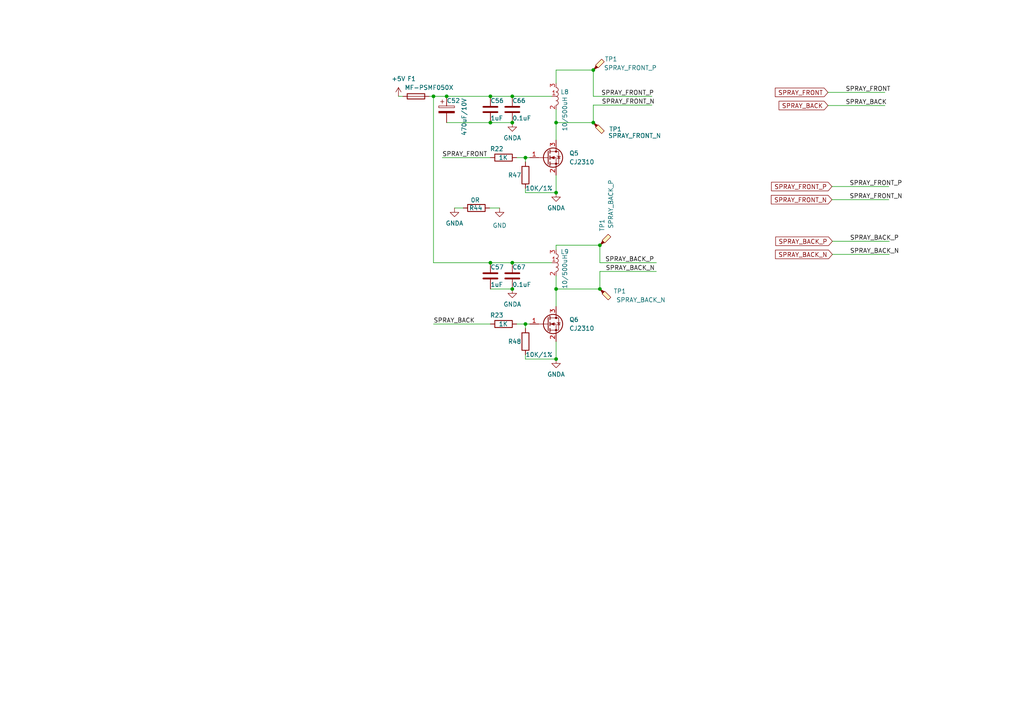
<source format=kicad_sch>
(kicad_sch (version 20230121) (generator eeschema)
  (paper "A4")
  (lib_symbols
    (symbol "Connector:TestPoint_Probe" (pin_numbers hide) (pin_names (offset 0.762) hide)
      (property "Reference" "TP" (at 1.651 5.842 0))
      (property "Value" "TestPoint_Probe" (at 1.651 4.064 0))
      (symbol "TestPoint_Probe_0_1"
        (polyline (pts (xy 1.27 0.762) (xy 0 0) (xy 0.762 1.27) (xy 1.27 0.762)) (fill (type outline)))
        (polyline (pts (xy 1.397 0.635) (xy 0.635 1.397) (xy 2.413 3.175) (xy 3.175 2.413) (xy 1.397 0.635)) (fill (type background)))
      )
      (symbol "TestPoint_Probe_1_1"
        (pin passive line (at 0 0 90) (length 0) (name "1") (number "1"))
      )
    )
    (symbol "Device:C" (pin_numbers hide) (pin_names (offset 0.254))
      (property "Reference" "C" (at 0.635 2.54 0))
      (property "Value" "C" (at 0.635 -2.54 0))
      (symbol "C_0_1"
        (polyline (pts (xy -2.032 -0.762) (xy 2.032 -0.762)) (stroke (width 0.508)))
        (polyline (pts (xy -2.032 0.762) (xy 2.032 0.762)) (stroke (width 0.508)))
      )
      (symbol "C_1_1"
        (pin passive line (at 0 3.81 270) (length 2.794) (name "~") (number "1"))
        (pin passive line (at 0 -3.81 90) (length 2.794) (name "~") (number "2"))
      )
    )
    (symbol "Device:C_Polarized" (pin_numbers hide) (pin_names (offset 0.254))
      (property "Reference" "C" (at 0.635 2.54 0))
      (property "Value" "C_Polarized" (at 0.635 -2.54 0))
      (symbol "C_Polarized_0_1"
        (rectangle (start -2.286 0.508) (end 2.286 1.016))
        (polyline (pts (xy -1.778 2.286) (xy -0.762 2.286)))
        (polyline (pts (xy -1.27 2.794) (xy -1.27 1.778)))
        (rectangle (start 2.286 -0.508) (end -2.286 -1.016) (fill (type outline)))
      )
      (symbol "C_Polarized_1_1"
        (pin passive line (at 0 3.81 270) (length 2.794) (name "~") (number "1"))
        (pin passive line (at 0 -3.81 90) (length 2.794) (name "~") (number "2"))
      )
    )
    (symbol "Device:Fuse" (pin_numbers hide) (pin_names (offset 0))
      (property "Reference" "F" (at 2.032 0 90))
      (property "Value" "Fuse" (at -1.905 0 90))
      (symbol "Fuse_0_1"
        (rectangle (start -0.762 -2.54) (end 0.762 2.54) (stroke (width 0.254)))
        (polyline (pts (xy 0 2.54) (xy 0 -2.54)))
      )
      (symbol "Fuse_1_1"
        (pin passive line (at 0 3.81 270) (length 1.27) (name "~") (number "1"))
        (pin passive line (at 0 -3.81 90) (length 1.27) (name "~") (number "2"))
      )
    )
    (symbol "Device:Q_NMOS_GSD" (pin_names (offset 0) hide)
      (property "Reference" "Q" (at 5.08 1.27 0))
      (property "Value" "Q_NMOS_GSD" (at 5.08 -1.27 0))
      (symbol "Q_NMOS_GSD_0_1"
        (polyline (pts (xy 0.254 0) (xy -2.54 0)))
        (polyline (pts (xy 0.254 1.905) (xy 0.254 -1.905)) (stroke (width 0.254)))
        (polyline (pts (xy 0.762 -1.27) (xy 0.762 -2.286)) (stroke (width 0.254)))
        (polyline (pts (xy 0.762 0.508) (xy 0.762 -0.508)) (stroke (width 0.254)))
        (polyline (pts (xy 0.762 2.286) (xy 0.762 1.27)) (stroke (width 0.254)))
        (polyline (pts (xy 2.54 2.54) (xy 2.54 1.778)))
        (polyline (pts (xy 2.54 -2.54) (xy 2.54 0) (xy 0.762 0)))
        (polyline (pts (xy 0.762 -1.778) (xy 3.302 -1.778) (xy 3.302 1.778) (xy 0.762 1.778)))
        (polyline (pts (xy 1.016 0) (xy 2.032 0.381) (xy 2.032 -0.381) (xy 1.016 0)) (fill (type outline)))
        (polyline (pts (xy 2.794 0.508) (xy 2.921 0.381) (xy 3.683 0.381) (xy 3.81 0.254)))
        (polyline (pts (xy 3.302 0.381) (xy 2.921 -0.254) (xy 3.683 -0.254) (xy 3.302 0.381)))
        (circle (center 1.651 0) (radius 2.794) (stroke (width 0.254)))
        (circle (center 2.54 -1.778) (radius 0.254) (fill (type outline)))
        (circle (center 2.54 1.778) (radius 0.254) (fill (type outline)))
      )
      (symbol "Q_NMOS_GSD_1_1"
        (pin input line (at -5.08 0 0) (length 2.54) (name "G") (number "1"))
        (pin passive line (at 2.54 -5.08 90) (length 2.54) (name "S") (number "2"))
        (pin passive line (at 2.54 5.08 270) (length 2.54) (name "D") (number "3"))
      )
    )
    (symbol "Device:R" (pin_numbers hide) (pin_names (offset 0))
      (property "Reference" "R" (at 2.032 0 90))
      (property "Value" "R" (at 0 0 90))
      (symbol "R_0_1"
        (rectangle (start -1.016 -2.54) (end 1.016 2.54) (stroke (width 0.254)))
      )
      (symbol "R_1_1"
        (pin passive line (at 0 3.81 270) (length 1.27) (name "~") (number "1"))
        (pin passive line (at 0 -3.81 90) (length 1.27) (name "~") (number "2"))
      )
    )
    (symbol "Ovo_Device:L_Coupled_1213" (pin_names hide)
      (property "Reference" "L" (at 2.54 2.54 0))
      (property "Value" "L_Coupled_1213" (at 10.16 0 0))
      (symbol "L_Coupled_1213_0_1"
        (arc (start 0 -2.54) (mid 0.6323 -1.905) (end 0 -1.27))
        (arc (start 0 -1.27) (mid 0.6323 -0.635) (end 0 0))
        (arc (start 0 0) (mid 0.6323 0.635) (end 0 1.27))
        (arc (start 0 1.27) (mid 0.6323 1.905) (end 0 2.54))
      )
      (symbol "L_Coupled_1213_1_1"
        (pin passive line (at -1.27 0 0) (length 1.27) (name "1") (number "1"))
        (pin passive line (at 0 -3.81 90) (length 1.27) (name "2") (number "2"))
        (pin passive line (at 0 3.81 270) (length 1.27) (name "3") (number "3"))
      )
    )
    (symbol "power:+5V" (power) (pin_names (offset 0))
      (property "Value" "+5V" (at 0 3.556 0))
      (symbol "+5V_0_1"
        (polyline (pts (xy -0.762 1.27) (xy 0 2.54)))
        (polyline (pts (xy 0 0) (xy 0 2.54)))
        (polyline (pts (xy 0 2.54) (xy 0.762 1.27)))
      )
      (symbol "+5V_1_1"
        (pin power_in line (at 0 0 90) (length 0) hide (name "+5V") (number "1"))
      )
    )
    (symbol "power:GND" (power) (pin_names (offset 0))
      (property "Value" "GND" (at 0 -3.81 0))
      (symbol "GND_0_1"
        (polyline (pts (xy 0 0) (xy 0 -1.27) (xy 1.27 -1.27) (xy 0 -2.54) (xy -1.27 -1.27) (xy 0 -1.27)))
      )
      (symbol "GND_1_1"
        (pin power_in line (at 0 0 270) (length 0) hide (name "GND") (number "1"))
      )
    )
    (symbol "power:GNDA" (power) (pin_names (offset 0))
      (property "Value" "GNDA" (at 0 -3.81 0))
      (symbol "GNDA_0_1"
        (polyline (pts (xy 0 0) (xy 0 -1.27) (xy 1.27 -1.27) (xy 0 -2.54) (xy -1.27 -1.27) (xy 0 -1.27)))
      )
      (symbol "GNDA_1_1"
        (pin power_in line (at 0 0 270) (length 0) hide (name "GNDA") (number "1"))
      )
    )
  )
  (junction (at 161.29 83.82))
  (junction (at 148.59 27.94))
  (junction (at 142.24 35.56))
  (junction (at 161.29 35.56))
  (junction (at 172.085 35.56))
  (junction (at 148.59 35.56))
  (junction (at 152.4 45.72))
  (junction (at 125.73 27.94))
  (junction (at 152.4 93.98))
  (junction (at 161.29 55.88))
  (junction (at 142.24 27.94))
  (junction (at 148.59 76.2))
  (junction (at 173.99 71.12))
  (junction (at 172.085 20.32))
  (junction (at 148.59 83.82))
  (junction (at 142.24 76.2))
  (junction (at 129.54 27.94))
  (junction (at 161.29 104.14))
  (junction (at 173.99 83.82))
  (wire (pts (xy 129.54 27.94) (xy 142.24 27.94)))
  (wire (pts (xy 161.29 35.56) (xy 161.29 40.64)))
  (wire (pts (xy 124.46 27.94) (xy 125.73 27.94)))
  (wire (pts (xy 149.86 93.98) (xy 152.4 93.98)))
  (wire (pts (xy 152.4 45.72) (xy 152.4 46.99)))
  (wire (pts (xy 172.085 30.48) (xy 189.103 30.48)))
  (wire (pts (xy 152.4 93.98) (xy 153.67 93.98)))
  (wire (pts (xy 142.24 83.82) (xy 148.59 83.82)))
  (wire (pts (xy 161.29 35.56) (xy 172.085 35.56)))
  (wire (pts (xy 115.57 27.94) (xy 116.84 27.94)))
  (wire (pts (xy 129.54 35.56) (xy 142.24 35.56)))
  (wire (pts (xy 149.86 45.72) (xy 152.4 45.72)))
  (wire (pts (xy 161.29 31.75) (xy 161.29 35.56)))
  (wire (pts (xy 240.157 26.797) (xy 256.667 26.797)))
  (wire (pts (xy 142.24 27.94) (xy 148.59 27.94)))
  (wire (pts (xy 241.427 69.977) (xy 257.937 69.977)))
  (wire (pts (xy 152.4 104.14) (xy 152.4 102.87)))
  (wire (pts (xy 152.4 55.88) (xy 152.4 54.61)))
  (wire (pts (xy 172.085 30.48) (xy 172.085 35.56)))
  (wire (pts (xy 128.27 45.72) (xy 142.24 45.72)))
  (wire (pts (xy 161.29 20.32) (xy 172.085 20.32)))
  (wire (pts (xy 142.24 76.2) (xy 148.59 76.2)))
  (wire (pts (xy 142.24 35.56) (xy 148.59 35.56)))
  (wire (pts (xy 173.99 76.2) (xy 173.99 71.12)))
  (wire (pts (xy 173.99 78.74) (xy 173.99 83.82)))
  (wire (pts (xy 241.3 54.102) (xy 257.81 54.102)))
  (wire (pts (xy 125.73 76.2) (xy 142.24 76.2)))
  (wire (pts (xy 125.73 27.94) (xy 129.54 27.94)))
  (wire (pts (xy 161.29 104.14) (xy 152.4 104.14)))
  (wire (pts (xy 161.29 55.88) (xy 152.4 55.88)))
  (wire (pts (xy 161.29 83.82) (xy 173.99 83.82)))
  (wire (pts (xy 125.73 27.94) (xy 125.73 76.2)))
  (wire (pts (xy 241.427 73.787) (xy 257.937 73.787)))
  (wire (pts (xy 161.29 104.14) (xy 161.29 99.06)))
  (wire (pts (xy 172.085 27.94) (xy 189.103 27.94)))
  (wire (pts (xy 240.157 30.607) (xy 256.667 30.607)))
  (wire (pts (xy 161.29 20.32) (xy 161.29 24.13)))
  (wire (pts (xy 172.085 20.32) (xy 172.085 27.94)))
  (wire (pts (xy 190.373 76.2) (xy 173.99 76.2)))
  (wire (pts (xy 241.3 57.912) (xy 257.81 57.912)))
  (wire (pts (xy 161.29 71.12) (xy 173.99 71.12)))
  (wire (pts (xy 148.59 27.94) (xy 160.02 27.94)))
  (wire (pts (xy 161.29 83.82) (xy 161.29 88.9)))
  (wire (pts (xy 144.907 60.325) (xy 141.986 60.325)))
  (wire (pts (xy 148.59 76.2) (xy 160.02 76.2)))
  (wire (pts (xy 125.73 93.98) (xy 142.24 93.98)))
  (wire (pts (xy 161.29 71.12) (xy 161.29 72.39)))
  (wire (pts (xy 152.4 93.98) (xy 152.4 95.25)))
  (wire (pts (xy 190.373 78.74) (xy 173.99 78.74)))
  (wire (pts (xy 161.29 80.01) (xy 161.29 83.82)))
  (wire (pts (xy 131.826 60.325) (xy 134.366 60.325)))
  (wire (pts (xy 152.4 45.72) (xy 153.67 45.72)))
  (wire (pts (xy 161.29 55.88) (xy 161.29 50.8)))
  (label "SPRAY_FRONT" (at 245.237 26.797 0))
  (label "SPRAY_BACK_N" (at 175.641 78.74 0))
  (label "SPRAY_FRONT_P" (at 246.38 54.102 0))
  (label "SPRAY_BACK" (at 245.237 30.607 0))
  (label "SPRAY_BACK_N" (at 246.507 73.787 0))
  (label "SPRAY_FRONT_N" (at 246.38 57.912 0))
  (label "SPRAY_BACK" (at 125.73 93.98 0))
  (label "SPRAY_BACK_P" (at 246.507 69.977 0))
  (label "SPRAY_FRONT" (at 128.27 45.72 0))
  (label "SPRAY_FRONT_N" (at 174.498 30.48 0))
  (label "SPRAY_BACK_P" (at 175.514 76.2 0))
  (label "SPRAY_FRONT_P" (at 174.371 27.94 0))
  (global_label "SPRAY_BACK" (shape input) (at 240.157 30.607 180) (property "Intersheetrefs" "${INTERSHEET_REFS}" (effects hide)))
  (global_label "SPRAY_FRONT_N" (shape input) (at 241.3 57.912 180) (property "Intersheetrefs" "${INTERSHEET_REFS}" (effects hide)))
  (global_label "SPRAY_BACK_N" (shape input) (at 241.427 73.787 180) (property "Intersheetrefs" "${INTERSHEET_REFS}" (effects hide)))
  (global_label "SPRAY_BACK_P" (shape input) (at 241.427 69.977 180) (property "Intersheetrefs" "${INTERSHEET_REFS}" (effects hide)))
  (global_label "SPRAY_FRONT_P" (shape input) (at 241.3 54.102 180) (property "Intersheetrefs" "${INTERSHEET_REFS}" (effects hide)))
  (global_label "SPRAY_FRONT" (shape input) (at 240.157 26.797 180) (property "Intersheetrefs" "${INTERSHEET_REFS}" (effects hide)))
  (symbol (lib_id "Device:Fuse") (at 120.65 27.94 90) (unit 1)
    (property "Reference" "F1" (at 119.38 22.86 90))
    (property "Value" "MF-PSMF050X" (at 124.46 25.4 90))
    (property "Footprint" "Fuse:Fuse_0805_2012Metric" (effects hide))
  )
  (symbol (lib_id "power:+5V") (at 115.57 27.94 0) (unit 1)
    (property "Reference" "#PWR0187" (effects hide))
    (property "Value" "+5V" (at 115.57 22.86 0))
  )
  (symbol (lib_id "power:GNDA") (at 131.826 60.325 0) (unit 1)
    (property "Reference" "#PWR028" (effects hide))
    (property "Value" "GNDA" (at 131.826 64.77 0))
  )
  (symbol (lib_id "Device:Q_NMOS_GSD") (at 158.75 93.98 0) (unit 1)
    (property "Reference" "Q6" (at 165.1 92.7099 0) (effects (justify left)))
    (property "Value" "CJ2310" (at 165.1 95.2499 0) (effects (justify left)))
    (property "Footprint" "Package_TO_SOT_SMD:SOT-23" (effects hide))
  )
  (symbol (lib_id "Device:R") (at 152.4 50.8 0) (unit 1)
    (property "Reference" "R47" (at 147.32 50.8 0) (effects (justify left)))
    (property "Value" "10K/1%" (at 152.4 54.61 0) (effects (justify left)))
    (property "Footprint" "Resistor_SMD:R_0603_1608Metric" (effects hide))
  )
  (symbol (lib_id "Device:C_Polarized") (at 129.54 31.75 0) (unit 1)
    (property "Reference" "C52" (at 129.54 29.21 0) (effects (justify left)))
    (property "Value" "470uF/10V" (at 134.62 39.37 90) (effects (justify left)))
    (property "Footprint" "Capacitor_SMD:CP_Elec_6.3x7.7" (effects hide))
  )
  (symbol (lib_id "Connector:TestPoint_Probe") (at 173.99 71.12 0) (unit 1)
    (property "Reference" "TP1" (at 174.625 63.5 90) (effects (justify right)))
    (property "Value" "SPRAY_BACK_P" (at 177.165 52.07 90) (effects (justify right)))
    (property "Footprint" "TestPoint:TestPoint_Pad_D1.5mm" (effects hide))
    (instances (project "cleanrobot-square-main" (path "" (reference "TP1") (unit 1)) (path "" (reference "TP10") (unit 1))))
  )
  (symbol (lib_id "Ovo_Device:L_Coupled_1213") (at 161.29 76.2 0) (unit 1)
    (property "Reference" "L9" (at 162.56 73.025 0) (effects (justify left)))
    (property "Value" "10/500uH" (at 163.83 83.8201 90) (effects (justify left)))
    (property "Footprint" "Ovo_Inductor_Boost:L_WLJ_CD0805" (effects hide))
  )
  (symbol (lib_id "Device:C") (at 142.24 80.01 0) (unit 1)
    (property "Reference" "C57" (at 142.24 77.47 0) (effects (justify left)))
    (property "Value" "1uF" (at 142.24 82.55 0) (effects (justify left)))
    (property "Footprint" "Capacitor_SMD:C_0603_1608Metric" (effects hide))
  )
  (symbol (lib_id "Connector:TestPoint_Probe") (at 172.085 20.32 0) (unit 1)
    (property "Reference" "TP1" (at 179.07 17.145 0) (effects (justify right)))
    (property "Value" "SPRAY_FRONT_P" (at 190.5 19.685 0) (effects (justify right)))
    (property "Footprint" "TestPoint:TestPoint_Pad_D1.5mm" (effects hide))
    (instances (project "cleanrobot-square-main" (path "" (reference "TP1") (unit 1)) (path "" (reference "TP6") (unit 1))))
  )
  (symbol (lib_id "power:GNDA") (at 148.59 35.56 0) (unit 1)
    (property "Reference" "#PWR025" (effects hide))
    (property "Value" "GNDA" (at 148.59 40.005 0))
  )
  (symbol (lib_id "power:GNDA") (at 161.29 55.88 0) (unit 1)
    (property "Reference" "#PWR024" (effects hide))
    (property "Value" "GNDA" (at 161.29 60.325 0))
  )
  (symbol (lib_id "Device:R") (at 146.05 93.98 90) (unit 1)
    (property "Reference" "R23" (at 146.05 91.44 90) (effects (justify left)))
    (property "Value" "1K" (at 147.32 93.98 90) (effects (justify left)))
    (property "Footprint" "Resistor_SMD:R_0603_1608Metric" (effects hide))
  )
  (symbol (lib_id "Device:C") (at 148.59 80.01 0) (unit 1)
    (property "Reference" "C67" (at 148.59 77.47 0) (effects (justify left)))
    (property "Value" "0.1uF" (at 148.59 82.55 0) (effects (justify left)))
    (property "Footprint" "Capacitor_SMD:C_0603_1608Metric" (effects hide))
  )
  (symbol (lib_id "Device:Q_NMOS_GSD") (at 158.75 45.72 0) (unit 1)
    (property "Reference" "Q5" (at 165.1 44.4499 0) (effects (justify left)))
    (property "Value" "CJ2310" (at 165.1 46.9899 0) (effects (justify left)))
    (property "Footprint" "Package_TO_SOT_SMD:SOT-23" (effects hide))
  )
  (symbol (lib_id "power:GNDA") (at 161.29 104.14 0) (unit 1)
    (property "Reference" "#PWR026" (effects hide))
    (property "Value" "GNDA" (at 161.29 108.585 0))
  )
  (symbol (lib_id "power:GNDA") (at 148.59 83.82 0) (unit 1)
    (property "Reference" "#PWR027" (effects hide))
    (property "Value" "GNDA" (at 148.59 88.265 0))
  )
  (symbol (lib_id "power:GND") (at 144.907 60.325 0) (unit 1)
    (property "Reference" "#PWR0188" (effects hide))
    (property "Value" "GND" (at 144.907 65.405 0))
  )
  (symbol (lib_id "Device:R") (at 146.05 45.72 90) (unit 1)
    (property "Reference" "R22" (at 146.05 43.18 90) (effects (justify left)))
    (property "Value" "1K" (at 147.32 45.72 90) (effects (justify left)))
    (property "Footprint" "Resistor_SMD:R_0603_1608Metric" (effects hide))
  )
  (symbol (lib_id "Device:C") (at 148.59 31.75 0) (unit 1)
    (property "Reference" "C66" (at 148.59 29.21 0) (effects (justify left)))
    (property "Value" "0.1uF" (at 148.59 34.29 0) (effects (justify left)))
    (property "Footprint" "Capacitor_SMD:C_0603_1608Metric" (effects hide))
  )
  (symbol (lib_id "Device:C") (at 142.24 31.75 0) (unit 1)
    (property "Reference" "C56" (at 142.24 29.21 0) (effects (justify left)))
    (property "Value" "1uF" (at 142.24 34.29 0) (effects (justify left)))
    (property "Footprint" "Capacitor_SMD:C_0603_1608Metric" (effects hide))
  )
  (symbol (lib_id "Connector:TestPoint_Probe") (at 173.99 83.82 270) (unit 1)
    (property "Reference" "TP1" (at 181.61 84.455 90) (effects (justify right)))
    (property "Value" "SPRAY_BACK_N" (at 193.04 86.995 90) (effects (justify right)))
    (property "Footprint" "TestPoint:TestPoint_Pad_D1.5mm" (effects hide))
    (instances (project "cleanrobot-square-main" (path "" (reference "TP1") (unit 1)) (path "" (reference "TP13") (unit 1))))
  )
  (symbol (lib_id "Ovo_Device:L_Coupled_1213") (at 161.29 27.94 0) (unit 1)
    (property "Reference" "L8" (at 162.56 26.6699 0) (effects (justify left)))
    (property "Value" "10/500uH" (at 163.83 38.1 90) (effects (justify left)))
    (property "Footprint" "Ovo_Inductor_Boost:L_WLJ_CD0805" (effects hide))
  )
  (symbol (lib_id "Device:R") (at 138.176 60.325 90) (unit 1)
    (property "Reference" "R44" (at 139.954 60.325 90) (effects (justify left)))
    (property "Value" "0R" (at 139.192 58.039 90) (effects (justify left)))
    (property "Footprint" "Resistor_SMD:R_0805_2012Metric" (effects hide))
  )
  (symbol (lib_id "Device:R") (at 152.4 99.06 0) (unit 1)
    (property "Reference" "R48" (at 147.32 99.06 0) (effects (justify left)))
    (property "Value" "10K/1%" (at 152.4 102.87 0) (effects (justify left)))
    (property "Footprint" "Resistor_SMD:R_0603_1608Metric" (effects hide))
  )
  (symbol (lib_id "Connector:TestPoint_Probe") (at 172.085 35.56 270) (unit 1)
    (property "Reference" "TP1" (at 180.34 37.465 90) (effects (justify right)))
    (property "Value" "SPRAY_FRONT_N" (at 191.77 39.37 90) (effects (justify right)))
    (property "Footprint" "TestPoint:TestPoint_Pad_D1.5mm" (effects hide))
    (instances (project "cleanrobot-square-main" (path "" (reference "TP1") (unit 1)) (path "" (reference "TP9") (unit 1))))
  )
)
</source>
